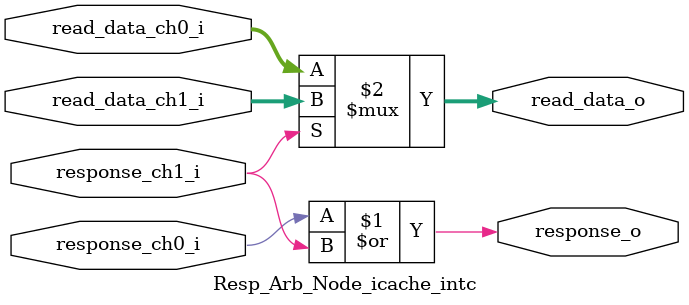
<source format=sv>


module Resp_Arb_Node_icache_intc #( parameter DATA_WIDTH = 32 )
(
    input  logic                  response_ch0_i,
    input  logic [DATA_WIDTH-1:0] read_data_ch0_i,

    input  logic                  response_ch1_i,
    input  logic [DATA_WIDTH-1:0] read_data_ch1_i,

    output logic [DATA_WIDTH-1:0] read_data_o,
    output logic                  response_o
);
    assign response_o  = response_ch0_i | response_ch1_i;
    assign read_data_o = (response_ch1_i) ? read_data_ch1_i : read_data_ch0_i;
endmodule

</source>
